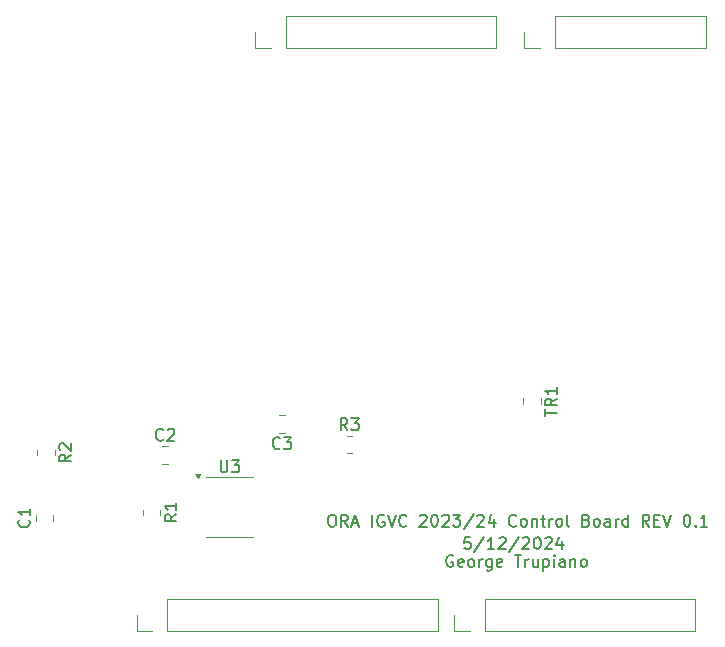
<source format=gbr>
%TF.GenerationSoftware,KiCad,Pcbnew,8.0.2-1*%
%TF.CreationDate,2024-05-15T16:31:45-04:00*%
%TF.ProjectId,ORA_Arduino_ESP_CAN_Shield,4f52415f-4172-4647-9569-6e6f5f455350,rev?*%
%TF.SameCoordinates,Original*%
%TF.FileFunction,Legend,Top*%
%TF.FilePolarity,Positive*%
%FSLAX46Y46*%
G04 Gerber Fmt 4.6, Leading zero omitted, Abs format (unit mm)*
G04 Created by KiCad (PCBNEW 8.0.2-1) date 2024-05-15 16:31:45*
%MOMM*%
%LPD*%
G01*
G04 APERTURE LIST*
%ADD10C,0.150000*%
%ADD11C,0.120000*%
G04 APERTURE END LIST*
D10*
X67135588Y-69657438D02*
X67040350Y-69609819D01*
X67040350Y-69609819D02*
X66897493Y-69609819D01*
X66897493Y-69609819D02*
X66754636Y-69657438D01*
X66754636Y-69657438D02*
X66659398Y-69752676D01*
X66659398Y-69752676D02*
X66611779Y-69847914D01*
X66611779Y-69847914D02*
X66564160Y-70038390D01*
X66564160Y-70038390D02*
X66564160Y-70181247D01*
X66564160Y-70181247D02*
X66611779Y-70371723D01*
X66611779Y-70371723D02*
X66659398Y-70466961D01*
X66659398Y-70466961D02*
X66754636Y-70562200D01*
X66754636Y-70562200D02*
X66897493Y-70609819D01*
X66897493Y-70609819D02*
X66992731Y-70609819D01*
X66992731Y-70609819D02*
X67135588Y-70562200D01*
X67135588Y-70562200D02*
X67183207Y-70514580D01*
X67183207Y-70514580D02*
X67183207Y-70181247D01*
X67183207Y-70181247D02*
X66992731Y-70181247D01*
X67992731Y-70562200D02*
X67897493Y-70609819D01*
X67897493Y-70609819D02*
X67707017Y-70609819D01*
X67707017Y-70609819D02*
X67611779Y-70562200D01*
X67611779Y-70562200D02*
X67564160Y-70466961D01*
X67564160Y-70466961D02*
X67564160Y-70086009D01*
X67564160Y-70086009D02*
X67611779Y-69990771D01*
X67611779Y-69990771D02*
X67707017Y-69943152D01*
X67707017Y-69943152D02*
X67897493Y-69943152D01*
X67897493Y-69943152D02*
X67992731Y-69990771D01*
X67992731Y-69990771D02*
X68040350Y-70086009D01*
X68040350Y-70086009D02*
X68040350Y-70181247D01*
X68040350Y-70181247D02*
X67564160Y-70276485D01*
X68611779Y-70609819D02*
X68516541Y-70562200D01*
X68516541Y-70562200D02*
X68468922Y-70514580D01*
X68468922Y-70514580D02*
X68421303Y-70419342D01*
X68421303Y-70419342D02*
X68421303Y-70133628D01*
X68421303Y-70133628D02*
X68468922Y-70038390D01*
X68468922Y-70038390D02*
X68516541Y-69990771D01*
X68516541Y-69990771D02*
X68611779Y-69943152D01*
X68611779Y-69943152D02*
X68754636Y-69943152D01*
X68754636Y-69943152D02*
X68849874Y-69990771D01*
X68849874Y-69990771D02*
X68897493Y-70038390D01*
X68897493Y-70038390D02*
X68945112Y-70133628D01*
X68945112Y-70133628D02*
X68945112Y-70419342D01*
X68945112Y-70419342D02*
X68897493Y-70514580D01*
X68897493Y-70514580D02*
X68849874Y-70562200D01*
X68849874Y-70562200D02*
X68754636Y-70609819D01*
X68754636Y-70609819D02*
X68611779Y-70609819D01*
X69373684Y-70609819D02*
X69373684Y-69943152D01*
X69373684Y-70133628D02*
X69421303Y-70038390D01*
X69421303Y-70038390D02*
X69468922Y-69990771D01*
X69468922Y-69990771D02*
X69564160Y-69943152D01*
X69564160Y-69943152D02*
X69659398Y-69943152D01*
X70421303Y-69943152D02*
X70421303Y-70752676D01*
X70421303Y-70752676D02*
X70373684Y-70847914D01*
X70373684Y-70847914D02*
X70326065Y-70895533D01*
X70326065Y-70895533D02*
X70230827Y-70943152D01*
X70230827Y-70943152D02*
X70087970Y-70943152D01*
X70087970Y-70943152D02*
X69992732Y-70895533D01*
X70421303Y-70562200D02*
X70326065Y-70609819D01*
X70326065Y-70609819D02*
X70135589Y-70609819D01*
X70135589Y-70609819D02*
X70040351Y-70562200D01*
X70040351Y-70562200D02*
X69992732Y-70514580D01*
X69992732Y-70514580D02*
X69945113Y-70419342D01*
X69945113Y-70419342D02*
X69945113Y-70133628D01*
X69945113Y-70133628D02*
X69992732Y-70038390D01*
X69992732Y-70038390D02*
X70040351Y-69990771D01*
X70040351Y-69990771D02*
X70135589Y-69943152D01*
X70135589Y-69943152D02*
X70326065Y-69943152D01*
X70326065Y-69943152D02*
X70421303Y-69990771D01*
X71278446Y-70562200D02*
X71183208Y-70609819D01*
X71183208Y-70609819D02*
X70992732Y-70609819D01*
X70992732Y-70609819D02*
X70897494Y-70562200D01*
X70897494Y-70562200D02*
X70849875Y-70466961D01*
X70849875Y-70466961D02*
X70849875Y-70086009D01*
X70849875Y-70086009D02*
X70897494Y-69990771D01*
X70897494Y-69990771D02*
X70992732Y-69943152D01*
X70992732Y-69943152D02*
X71183208Y-69943152D01*
X71183208Y-69943152D02*
X71278446Y-69990771D01*
X71278446Y-69990771D02*
X71326065Y-70086009D01*
X71326065Y-70086009D02*
X71326065Y-70181247D01*
X71326065Y-70181247D02*
X70849875Y-70276485D01*
X72373685Y-69609819D02*
X72945113Y-69609819D01*
X72659399Y-70609819D02*
X72659399Y-69609819D01*
X73278447Y-70609819D02*
X73278447Y-69943152D01*
X73278447Y-70133628D02*
X73326066Y-70038390D01*
X73326066Y-70038390D02*
X73373685Y-69990771D01*
X73373685Y-69990771D02*
X73468923Y-69943152D01*
X73468923Y-69943152D02*
X73564161Y-69943152D01*
X74326066Y-69943152D02*
X74326066Y-70609819D01*
X73897495Y-69943152D02*
X73897495Y-70466961D01*
X73897495Y-70466961D02*
X73945114Y-70562200D01*
X73945114Y-70562200D02*
X74040352Y-70609819D01*
X74040352Y-70609819D02*
X74183209Y-70609819D01*
X74183209Y-70609819D02*
X74278447Y-70562200D01*
X74278447Y-70562200D02*
X74326066Y-70514580D01*
X74802257Y-69943152D02*
X74802257Y-70943152D01*
X74802257Y-69990771D02*
X74897495Y-69943152D01*
X74897495Y-69943152D02*
X75087971Y-69943152D01*
X75087971Y-69943152D02*
X75183209Y-69990771D01*
X75183209Y-69990771D02*
X75230828Y-70038390D01*
X75230828Y-70038390D02*
X75278447Y-70133628D01*
X75278447Y-70133628D02*
X75278447Y-70419342D01*
X75278447Y-70419342D02*
X75230828Y-70514580D01*
X75230828Y-70514580D02*
X75183209Y-70562200D01*
X75183209Y-70562200D02*
X75087971Y-70609819D01*
X75087971Y-70609819D02*
X74897495Y-70609819D01*
X74897495Y-70609819D02*
X74802257Y-70562200D01*
X75707019Y-70609819D02*
X75707019Y-69943152D01*
X75707019Y-69609819D02*
X75659400Y-69657438D01*
X75659400Y-69657438D02*
X75707019Y-69705057D01*
X75707019Y-69705057D02*
X75754638Y-69657438D01*
X75754638Y-69657438D02*
X75707019Y-69609819D01*
X75707019Y-69609819D02*
X75707019Y-69705057D01*
X76611780Y-70609819D02*
X76611780Y-70086009D01*
X76611780Y-70086009D02*
X76564161Y-69990771D01*
X76564161Y-69990771D02*
X76468923Y-69943152D01*
X76468923Y-69943152D02*
X76278447Y-69943152D01*
X76278447Y-69943152D02*
X76183209Y-69990771D01*
X76611780Y-70562200D02*
X76516542Y-70609819D01*
X76516542Y-70609819D02*
X76278447Y-70609819D01*
X76278447Y-70609819D02*
X76183209Y-70562200D01*
X76183209Y-70562200D02*
X76135590Y-70466961D01*
X76135590Y-70466961D02*
X76135590Y-70371723D01*
X76135590Y-70371723D02*
X76183209Y-70276485D01*
X76183209Y-70276485D02*
X76278447Y-70228866D01*
X76278447Y-70228866D02*
X76516542Y-70228866D01*
X76516542Y-70228866D02*
X76611780Y-70181247D01*
X77087971Y-69943152D02*
X77087971Y-70609819D01*
X77087971Y-70038390D02*
X77135590Y-69990771D01*
X77135590Y-69990771D02*
X77230828Y-69943152D01*
X77230828Y-69943152D02*
X77373685Y-69943152D01*
X77373685Y-69943152D02*
X77468923Y-69990771D01*
X77468923Y-69990771D02*
X77516542Y-70086009D01*
X77516542Y-70086009D02*
X77516542Y-70609819D01*
X78135590Y-70609819D02*
X78040352Y-70562200D01*
X78040352Y-70562200D02*
X77992733Y-70514580D01*
X77992733Y-70514580D02*
X77945114Y-70419342D01*
X77945114Y-70419342D02*
X77945114Y-70133628D01*
X77945114Y-70133628D02*
X77992733Y-70038390D01*
X77992733Y-70038390D02*
X78040352Y-69990771D01*
X78040352Y-69990771D02*
X78135590Y-69943152D01*
X78135590Y-69943152D02*
X78278447Y-69943152D01*
X78278447Y-69943152D02*
X78373685Y-69990771D01*
X78373685Y-69990771D02*
X78421304Y-70038390D01*
X78421304Y-70038390D02*
X78468923Y-70133628D01*
X78468923Y-70133628D02*
X78468923Y-70419342D01*
X78468923Y-70419342D02*
X78421304Y-70514580D01*
X78421304Y-70514580D02*
X78373685Y-70562200D01*
X78373685Y-70562200D02*
X78278447Y-70609819D01*
X78278447Y-70609819D02*
X78135590Y-70609819D01*
X56822255Y-66189819D02*
X57012731Y-66189819D01*
X57012731Y-66189819D02*
X57107969Y-66237438D01*
X57107969Y-66237438D02*
X57203207Y-66332676D01*
X57203207Y-66332676D02*
X57250826Y-66523152D01*
X57250826Y-66523152D02*
X57250826Y-66856485D01*
X57250826Y-66856485D02*
X57203207Y-67046961D01*
X57203207Y-67046961D02*
X57107969Y-67142200D01*
X57107969Y-67142200D02*
X57012731Y-67189819D01*
X57012731Y-67189819D02*
X56822255Y-67189819D01*
X56822255Y-67189819D02*
X56727017Y-67142200D01*
X56727017Y-67142200D02*
X56631779Y-67046961D01*
X56631779Y-67046961D02*
X56584160Y-66856485D01*
X56584160Y-66856485D02*
X56584160Y-66523152D01*
X56584160Y-66523152D02*
X56631779Y-66332676D01*
X56631779Y-66332676D02*
X56727017Y-66237438D01*
X56727017Y-66237438D02*
X56822255Y-66189819D01*
X58250826Y-67189819D02*
X57917493Y-66713628D01*
X57679398Y-67189819D02*
X57679398Y-66189819D01*
X57679398Y-66189819D02*
X58060350Y-66189819D01*
X58060350Y-66189819D02*
X58155588Y-66237438D01*
X58155588Y-66237438D02*
X58203207Y-66285057D01*
X58203207Y-66285057D02*
X58250826Y-66380295D01*
X58250826Y-66380295D02*
X58250826Y-66523152D01*
X58250826Y-66523152D02*
X58203207Y-66618390D01*
X58203207Y-66618390D02*
X58155588Y-66666009D01*
X58155588Y-66666009D02*
X58060350Y-66713628D01*
X58060350Y-66713628D02*
X57679398Y-66713628D01*
X58631779Y-66904104D02*
X59107969Y-66904104D01*
X58536541Y-67189819D02*
X58869874Y-66189819D01*
X58869874Y-66189819D02*
X59203207Y-67189819D01*
X60298446Y-67189819D02*
X60298446Y-66189819D01*
X61298445Y-66237438D02*
X61203207Y-66189819D01*
X61203207Y-66189819D02*
X61060350Y-66189819D01*
X61060350Y-66189819D02*
X60917493Y-66237438D01*
X60917493Y-66237438D02*
X60822255Y-66332676D01*
X60822255Y-66332676D02*
X60774636Y-66427914D01*
X60774636Y-66427914D02*
X60727017Y-66618390D01*
X60727017Y-66618390D02*
X60727017Y-66761247D01*
X60727017Y-66761247D02*
X60774636Y-66951723D01*
X60774636Y-66951723D02*
X60822255Y-67046961D01*
X60822255Y-67046961D02*
X60917493Y-67142200D01*
X60917493Y-67142200D02*
X61060350Y-67189819D01*
X61060350Y-67189819D02*
X61155588Y-67189819D01*
X61155588Y-67189819D02*
X61298445Y-67142200D01*
X61298445Y-67142200D02*
X61346064Y-67094580D01*
X61346064Y-67094580D02*
X61346064Y-66761247D01*
X61346064Y-66761247D02*
X61155588Y-66761247D01*
X61631779Y-66189819D02*
X61965112Y-67189819D01*
X61965112Y-67189819D02*
X62298445Y-66189819D01*
X63203207Y-67094580D02*
X63155588Y-67142200D01*
X63155588Y-67142200D02*
X63012731Y-67189819D01*
X63012731Y-67189819D02*
X62917493Y-67189819D01*
X62917493Y-67189819D02*
X62774636Y-67142200D01*
X62774636Y-67142200D02*
X62679398Y-67046961D01*
X62679398Y-67046961D02*
X62631779Y-66951723D01*
X62631779Y-66951723D02*
X62584160Y-66761247D01*
X62584160Y-66761247D02*
X62584160Y-66618390D01*
X62584160Y-66618390D02*
X62631779Y-66427914D01*
X62631779Y-66427914D02*
X62679398Y-66332676D01*
X62679398Y-66332676D02*
X62774636Y-66237438D01*
X62774636Y-66237438D02*
X62917493Y-66189819D01*
X62917493Y-66189819D02*
X63012731Y-66189819D01*
X63012731Y-66189819D02*
X63155588Y-66237438D01*
X63155588Y-66237438D02*
X63203207Y-66285057D01*
X64346065Y-66285057D02*
X64393684Y-66237438D01*
X64393684Y-66237438D02*
X64488922Y-66189819D01*
X64488922Y-66189819D02*
X64727017Y-66189819D01*
X64727017Y-66189819D02*
X64822255Y-66237438D01*
X64822255Y-66237438D02*
X64869874Y-66285057D01*
X64869874Y-66285057D02*
X64917493Y-66380295D01*
X64917493Y-66380295D02*
X64917493Y-66475533D01*
X64917493Y-66475533D02*
X64869874Y-66618390D01*
X64869874Y-66618390D02*
X64298446Y-67189819D01*
X64298446Y-67189819D02*
X64917493Y-67189819D01*
X65536541Y-66189819D02*
X65631779Y-66189819D01*
X65631779Y-66189819D02*
X65727017Y-66237438D01*
X65727017Y-66237438D02*
X65774636Y-66285057D01*
X65774636Y-66285057D02*
X65822255Y-66380295D01*
X65822255Y-66380295D02*
X65869874Y-66570771D01*
X65869874Y-66570771D02*
X65869874Y-66808866D01*
X65869874Y-66808866D02*
X65822255Y-66999342D01*
X65822255Y-66999342D02*
X65774636Y-67094580D01*
X65774636Y-67094580D02*
X65727017Y-67142200D01*
X65727017Y-67142200D02*
X65631779Y-67189819D01*
X65631779Y-67189819D02*
X65536541Y-67189819D01*
X65536541Y-67189819D02*
X65441303Y-67142200D01*
X65441303Y-67142200D02*
X65393684Y-67094580D01*
X65393684Y-67094580D02*
X65346065Y-66999342D01*
X65346065Y-66999342D02*
X65298446Y-66808866D01*
X65298446Y-66808866D02*
X65298446Y-66570771D01*
X65298446Y-66570771D02*
X65346065Y-66380295D01*
X65346065Y-66380295D02*
X65393684Y-66285057D01*
X65393684Y-66285057D02*
X65441303Y-66237438D01*
X65441303Y-66237438D02*
X65536541Y-66189819D01*
X66250827Y-66285057D02*
X66298446Y-66237438D01*
X66298446Y-66237438D02*
X66393684Y-66189819D01*
X66393684Y-66189819D02*
X66631779Y-66189819D01*
X66631779Y-66189819D02*
X66727017Y-66237438D01*
X66727017Y-66237438D02*
X66774636Y-66285057D01*
X66774636Y-66285057D02*
X66822255Y-66380295D01*
X66822255Y-66380295D02*
X66822255Y-66475533D01*
X66822255Y-66475533D02*
X66774636Y-66618390D01*
X66774636Y-66618390D02*
X66203208Y-67189819D01*
X66203208Y-67189819D02*
X66822255Y-67189819D01*
X67155589Y-66189819D02*
X67774636Y-66189819D01*
X67774636Y-66189819D02*
X67441303Y-66570771D01*
X67441303Y-66570771D02*
X67584160Y-66570771D01*
X67584160Y-66570771D02*
X67679398Y-66618390D01*
X67679398Y-66618390D02*
X67727017Y-66666009D01*
X67727017Y-66666009D02*
X67774636Y-66761247D01*
X67774636Y-66761247D02*
X67774636Y-66999342D01*
X67774636Y-66999342D02*
X67727017Y-67094580D01*
X67727017Y-67094580D02*
X67679398Y-67142200D01*
X67679398Y-67142200D02*
X67584160Y-67189819D01*
X67584160Y-67189819D02*
X67298446Y-67189819D01*
X67298446Y-67189819D02*
X67203208Y-67142200D01*
X67203208Y-67142200D02*
X67155589Y-67094580D01*
X68917493Y-66142200D02*
X68060351Y-67427914D01*
X69203208Y-66285057D02*
X69250827Y-66237438D01*
X69250827Y-66237438D02*
X69346065Y-66189819D01*
X69346065Y-66189819D02*
X69584160Y-66189819D01*
X69584160Y-66189819D02*
X69679398Y-66237438D01*
X69679398Y-66237438D02*
X69727017Y-66285057D01*
X69727017Y-66285057D02*
X69774636Y-66380295D01*
X69774636Y-66380295D02*
X69774636Y-66475533D01*
X69774636Y-66475533D02*
X69727017Y-66618390D01*
X69727017Y-66618390D02*
X69155589Y-67189819D01*
X69155589Y-67189819D02*
X69774636Y-67189819D01*
X70631779Y-66523152D02*
X70631779Y-67189819D01*
X70393684Y-66142200D02*
X70155589Y-66856485D01*
X70155589Y-66856485D02*
X70774636Y-66856485D01*
X72488922Y-67094580D02*
X72441303Y-67142200D01*
X72441303Y-67142200D02*
X72298446Y-67189819D01*
X72298446Y-67189819D02*
X72203208Y-67189819D01*
X72203208Y-67189819D02*
X72060351Y-67142200D01*
X72060351Y-67142200D02*
X71965113Y-67046961D01*
X71965113Y-67046961D02*
X71917494Y-66951723D01*
X71917494Y-66951723D02*
X71869875Y-66761247D01*
X71869875Y-66761247D02*
X71869875Y-66618390D01*
X71869875Y-66618390D02*
X71917494Y-66427914D01*
X71917494Y-66427914D02*
X71965113Y-66332676D01*
X71965113Y-66332676D02*
X72060351Y-66237438D01*
X72060351Y-66237438D02*
X72203208Y-66189819D01*
X72203208Y-66189819D02*
X72298446Y-66189819D01*
X72298446Y-66189819D02*
X72441303Y-66237438D01*
X72441303Y-66237438D02*
X72488922Y-66285057D01*
X73060351Y-67189819D02*
X72965113Y-67142200D01*
X72965113Y-67142200D02*
X72917494Y-67094580D01*
X72917494Y-67094580D02*
X72869875Y-66999342D01*
X72869875Y-66999342D02*
X72869875Y-66713628D01*
X72869875Y-66713628D02*
X72917494Y-66618390D01*
X72917494Y-66618390D02*
X72965113Y-66570771D01*
X72965113Y-66570771D02*
X73060351Y-66523152D01*
X73060351Y-66523152D02*
X73203208Y-66523152D01*
X73203208Y-66523152D02*
X73298446Y-66570771D01*
X73298446Y-66570771D02*
X73346065Y-66618390D01*
X73346065Y-66618390D02*
X73393684Y-66713628D01*
X73393684Y-66713628D02*
X73393684Y-66999342D01*
X73393684Y-66999342D02*
X73346065Y-67094580D01*
X73346065Y-67094580D02*
X73298446Y-67142200D01*
X73298446Y-67142200D02*
X73203208Y-67189819D01*
X73203208Y-67189819D02*
X73060351Y-67189819D01*
X73822256Y-66523152D02*
X73822256Y-67189819D01*
X73822256Y-66618390D02*
X73869875Y-66570771D01*
X73869875Y-66570771D02*
X73965113Y-66523152D01*
X73965113Y-66523152D02*
X74107970Y-66523152D01*
X74107970Y-66523152D02*
X74203208Y-66570771D01*
X74203208Y-66570771D02*
X74250827Y-66666009D01*
X74250827Y-66666009D02*
X74250827Y-67189819D01*
X74584161Y-66523152D02*
X74965113Y-66523152D01*
X74727018Y-66189819D02*
X74727018Y-67046961D01*
X74727018Y-67046961D02*
X74774637Y-67142200D01*
X74774637Y-67142200D02*
X74869875Y-67189819D01*
X74869875Y-67189819D02*
X74965113Y-67189819D01*
X75298447Y-67189819D02*
X75298447Y-66523152D01*
X75298447Y-66713628D02*
X75346066Y-66618390D01*
X75346066Y-66618390D02*
X75393685Y-66570771D01*
X75393685Y-66570771D02*
X75488923Y-66523152D01*
X75488923Y-66523152D02*
X75584161Y-66523152D01*
X76060352Y-67189819D02*
X75965114Y-67142200D01*
X75965114Y-67142200D02*
X75917495Y-67094580D01*
X75917495Y-67094580D02*
X75869876Y-66999342D01*
X75869876Y-66999342D02*
X75869876Y-66713628D01*
X75869876Y-66713628D02*
X75917495Y-66618390D01*
X75917495Y-66618390D02*
X75965114Y-66570771D01*
X75965114Y-66570771D02*
X76060352Y-66523152D01*
X76060352Y-66523152D02*
X76203209Y-66523152D01*
X76203209Y-66523152D02*
X76298447Y-66570771D01*
X76298447Y-66570771D02*
X76346066Y-66618390D01*
X76346066Y-66618390D02*
X76393685Y-66713628D01*
X76393685Y-66713628D02*
X76393685Y-66999342D01*
X76393685Y-66999342D02*
X76346066Y-67094580D01*
X76346066Y-67094580D02*
X76298447Y-67142200D01*
X76298447Y-67142200D02*
X76203209Y-67189819D01*
X76203209Y-67189819D02*
X76060352Y-67189819D01*
X76965114Y-67189819D02*
X76869876Y-67142200D01*
X76869876Y-67142200D02*
X76822257Y-67046961D01*
X76822257Y-67046961D02*
X76822257Y-66189819D01*
X78441305Y-66666009D02*
X78584162Y-66713628D01*
X78584162Y-66713628D02*
X78631781Y-66761247D01*
X78631781Y-66761247D02*
X78679400Y-66856485D01*
X78679400Y-66856485D02*
X78679400Y-66999342D01*
X78679400Y-66999342D02*
X78631781Y-67094580D01*
X78631781Y-67094580D02*
X78584162Y-67142200D01*
X78584162Y-67142200D02*
X78488924Y-67189819D01*
X78488924Y-67189819D02*
X78107972Y-67189819D01*
X78107972Y-67189819D02*
X78107972Y-66189819D01*
X78107972Y-66189819D02*
X78441305Y-66189819D01*
X78441305Y-66189819D02*
X78536543Y-66237438D01*
X78536543Y-66237438D02*
X78584162Y-66285057D01*
X78584162Y-66285057D02*
X78631781Y-66380295D01*
X78631781Y-66380295D02*
X78631781Y-66475533D01*
X78631781Y-66475533D02*
X78584162Y-66570771D01*
X78584162Y-66570771D02*
X78536543Y-66618390D01*
X78536543Y-66618390D02*
X78441305Y-66666009D01*
X78441305Y-66666009D02*
X78107972Y-66666009D01*
X79250829Y-67189819D02*
X79155591Y-67142200D01*
X79155591Y-67142200D02*
X79107972Y-67094580D01*
X79107972Y-67094580D02*
X79060353Y-66999342D01*
X79060353Y-66999342D02*
X79060353Y-66713628D01*
X79060353Y-66713628D02*
X79107972Y-66618390D01*
X79107972Y-66618390D02*
X79155591Y-66570771D01*
X79155591Y-66570771D02*
X79250829Y-66523152D01*
X79250829Y-66523152D02*
X79393686Y-66523152D01*
X79393686Y-66523152D02*
X79488924Y-66570771D01*
X79488924Y-66570771D02*
X79536543Y-66618390D01*
X79536543Y-66618390D02*
X79584162Y-66713628D01*
X79584162Y-66713628D02*
X79584162Y-66999342D01*
X79584162Y-66999342D02*
X79536543Y-67094580D01*
X79536543Y-67094580D02*
X79488924Y-67142200D01*
X79488924Y-67142200D02*
X79393686Y-67189819D01*
X79393686Y-67189819D02*
X79250829Y-67189819D01*
X80441305Y-67189819D02*
X80441305Y-66666009D01*
X80441305Y-66666009D02*
X80393686Y-66570771D01*
X80393686Y-66570771D02*
X80298448Y-66523152D01*
X80298448Y-66523152D02*
X80107972Y-66523152D01*
X80107972Y-66523152D02*
X80012734Y-66570771D01*
X80441305Y-67142200D02*
X80346067Y-67189819D01*
X80346067Y-67189819D02*
X80107972Y-67189819D01*
X80107972Y-67189819D02*
X80012734Y-67142200D01*
X80012734Y-67142200D02*
X79965115Y-67046961D01*
X79965115Y-67046961D02*
X79965115Y-66951723D01*
X79965115Y-66951723D02*
X80012734Y-66856485D01*
X80012734Y-66856485D02*
X80107972Y-66808866D01*
X80107972Y-66808866D02*
X80346067Y-66808866D01*
X80346067Y-66808866D02*
X80441305Y-66761247D01*
X80917496Y-67189819D02*
X80917496Y-66523152D01*
X80917496Y-66713628D02*
X80965115Y-66618390D01*
X80965115Y-66618390D02*
X81012734Y-66570771D01*
X81012734Y-66570771D02*
X81107972Y-66523152D01*
X81107972Y-66523152D02*
X81203210Y-66523152D01*
X81965115Y-67189819D02*
X81965115Y-66189819D01*
X81965115Y-67142200D02*
X81869877Y-67189819D01*
X81869877Y-67189819D02*
X81679401Y-67189819D01*
X81679401Y-67189819D02*
X81584163Y-67142200D01*
X81584163Y-67142200D02*
X81536544Y-67094580D01*
X81536544Y-67094580D02*
X81488925Y-66999342D01*
X81488925Y-66999342D02*
X81488925Y-66713628D01*
X81488925Y-66713628D02*
X81536544Y-66618390D01*
X81536544Y-66618390D02*
X81584163Y-66570771D01*
X81584163Y-66570771D02*
X81679401Y-66523152D01*
X81679401Y-66523152D02*
X81869877Y-66523152D01*
X81869877Y-66523152D02*
X81965115Y-66570771D01*
X83774639Y-67189819D02*
X83441306Y-66713628D01*
X83203211Y-67189819D02*
X83203211Y-66189819D01*
X83203211Y-66189819D02*
X83584163Y-66189819D01*
X83584163Y-66189819D02*
X83679401Y-66237438D01*
X83679401Y-66237438D02*
X83727020Y-66285057D01*
X83727020Y-66285057D02*
X83774639Y-66380295D01*
X83774639Y-66380295D02*
X83774639Y-66523152D01*
X83774639Y-66523152D02*
X83727020Y-66618390D01*
X83727020Y-66618390D02*
X83679401Y-66666009D01*
X83679401Y-66666009D02*
X83584163Y-66713628D01*
X83584163Y-66713628D02*
X83203211Y-66713628D01*
X84203211Y-66666009D02*
X84536544Y-66666009D01*
X84679401Y-67189819D02*
X84203211Y-67189819D01*
X84203211Y-67189819D02*
X84203211Y-66189819D01*
X84203211Y-66189819D02*
X84679401Y-66189819D01*
X84965116Y-66189819D02*
X85298449Y-67189819D01*
X85298449Y-67189819D02*
X85631782Y-66189819D01*
X86917497Y-66189819D02*
X87012735Y-66189819D01*
X87012735Y-66189819D02*
X87107973Y-66237438D01*
X87107973Y-66237438D02*
X87155592Y-66285057D01*
X87155592Y-66285057D02*
X87203211Y-66380295D01*
X87203211Y-66380295D02*
X87250830Y-66570771D01*
X87250830Y-66570771D02*
X87250830Y-66808866D01*
X87250830Y-66808866D02*
X87203211Y-66999342D01*
X87203211Y-66999342D02*
X87155592Y-67094580D01*
X87155592Y-67094580D02*
X87107973Y-67142200D01*
X87107973Y-67142200D02*
X87012735Y-67189819D01*
X87012735Y-67189819D02*
X86917497Y-67189819D01*
X86917497Y-67189819D02*
X86822259Y-67142200D01*
X86822259Y-67142200D02*
X86774640Y-67094580D01*
X86774640Y-67094580D02*
X86727021Y-66999342D01*
X86727021Y-66999342D02*
X86679402Y-66808866D01*
X86679402Y-66808866D02*
X86679402Y-66570771D01*
X86679402Y-66570771D02*
X86727021Y-66380295D01*
X86727021Y-66380295D02*
X86774640Y-66285057D01*
X86774640Y-66285057D02*
X86822259Y-66237438D01*
X86822259Y-66237438D02*
X86917497Y-66189819D01*
X87679402Y-67094580D02*
X87727021Y-67142200D01*
X87727021Y-67142200D02*
X87679402Y-67189819D01*
X87679402Y-67189819D02*
X87631783Y-67142200D01*
X87631783Y-67142200D02*
X87679402Y-67094580D01*
X87679402Y-67094580D02*
X87679402Y-67189819D01*
X88679401Y-67189819D02*
X88107973Y-67189819D01*
X88393687Y-67189819D02*
X88393687Y-66189819D01*
X88393687Y-66189819D02*
X88298449Y-66332676D01*
X88298449Y-66332676D02*
X88203211Y-66427914D01*
X88203211Y-66427914D02*
X88107973Y-66475533D01*
X68607969Y-68089819D02*
X68131779Y-68089819D01*
X68131779Y-68089819D02*
X68084160Y-68566009D01*
X68084160Y-68566009D02*
X68131779Y-68518390D01*
X68131779Y-68518390D02*
X68227017Y-68470771D01*
X68227017Y-68470771D02*
X68465112Y-68470771D01*
X68465112Y-68470771D02*
X68560350Y-68518390D01*
X68560350Y-68518390D02*
X68607969Y-68566009D01*
X68607969Y-68566009D02*
X68655588Y-68661247D01*
X68655588Y-68661247D02*
X68655588Y-68899342D01*
X68655588Y-68899342D02*
X68607969Y-68994580D01*
X68607969Y-68994580D02*
X68560350Y-69042200D01*
X68560350Y-69042200D02*
X68465112Y-69089819D01*
X68465112Y-69089819D02*
X68227017Y-69089819D01*
X68227017Y-69089819D02*
X68131779Y-69042200D01*
X68131779Y-69042200D02*
X68084160Y-68994580D01*
X69798445Y-68042200D02*
X68941303Y-69327914D01*
X70655588Y-69089819D02*
X70084160Y-69089819D01*
X70369874Y-69089819D02*
X70369874Y-68089819D01*
X70369874Y-68089819D02*
X70274636Y-68232676D01*
X70274636Y-68232676D02*
X70179398Y-68327914D01*
X70179398Y-68327914D02*
X70084160Y-68375533D01*
X71036541Y-68185057D02*
X71084160Y-68137438D01*
X71084160Y-68137438D02*
X71179398Y-68089819D01*
X71179398Y-68089819D02*
X71417493Y-68089819D01*
X71417493Y-68089819D02*
X71512731Y-68137438D01*
X71512731Y-68137438D02*
X71560350Y-68185057D01*
X71560350Y-68185057D02*
X71607969Y-68280295D01*
X71607969Y-68280295D02*
X71607969Y-68375533D01*
X71607969Y-68375533D02*
X71560350Y-68518390D01*
X71560350Y-68518390D02*
X70988922Y-69089819D01*
X70988922Y-69089819D02*
X71607969Y-69089819D01*
X72750826Y-68042200D02*
X71893684Y-69327914D01*
X73036541Y-68185057D02*
X73084160Y-68137438D01*
X73084160Y-68137438D02*
X73179398Y-68089819D01*
X73179398Y-68089819D02*
X73417493Y-68089819D01*
X73417493Y-68089819D02*
X73512731Y-68137438D01*
X73512731Y-68137438D02*
X73560350Y-68185057D01*
X73560350Y-68185057D02*
X73607969Y-68280295D01*
X73607969Y-68280295D02*
X73607969Y-68375533D01*
X73607969Y-68375533D02*
X73560350Y-68518390D01*
X73560350Y-68518390D02*
X72988922Y-69089819D01*
X72988922Y-69089819D02*
X73607969Y-69089819D01*
X74227017Y-68089819D02*
X74322255Y-68089819D01*
X74322255Y-68089819D02*
X74417493Y-68137438D01*
X74417493Y-68137438D02*
X74465112Y-68185057D01*
X74465112Y-68185057D02*
X74512731Y-68280295D01*
X74512731Y-68280295D02*
X74560350Y-68470771D01*
X74560350Y-68470771D02*
X74560350Y-68708866D01*
X74560350Y-68708866D02*
X74512731Y-68899342D01*
X74512731Y-68899342D02*
X74465112Y-68994580D01*
X74465112Y-68994580D02*
X74417493Y-69042200D01*
X74417493Y-69042200D02*
X74322255Y-69089819D01*
X74322255Y-69089819D02*
X74227017Y-69089819D01*
X74227017Y-69089819D02*
X74131779Y-69042200D01*
X74131779Y-69042200D02*
X74084160Y-68994580D01*
X74084160Y-68994580D02*
X74036541Y-68899342D01*
X74036541Y-68899342D02*
X73988922Y-68708866D01*
X73988922Y-68708866D02*
X73988922Y-68470771D01*
X73988922Y-68470771D02*
X74036541Y-68280295D01*
X74036541Y-68280295D02*
X74084160Y-68185057D01*
X74084160Y-68185057D02*
X74131779Y-68137438D01*
X74131779Y-68137438D02*
X74227017Y-68089819D01*
X74941303Y-68185057D02*
X74988922Y-68137438D01*
X74988922Y-68137438D02*
X75084160Y-68089819D01*
X75084160Y-68089819D02*
X75322255Y-68089819D01*
X75322255Y-68089819D02*
X75417493Y-68137438D01*
X75417493Y-68137438D02*
X75465112Y-68185057D01*
X75465112Y-68185057D02*
X75512731Y-68280295D01*
X75512731Y-68280295D02*
X75512731Y-68375533D01*
X75512731Y-68375533D02*
X75465112Y-68518390D01*
X75465112Y-68518390D02*
X74893684Y-69089819D01*
X74893684Y-69089819D02*
X75512731Y-69089819D01*
X76369874Y-68423152D02*
X76369874Y-69089819D01*
X76131779Y-68042200D02*
X75893684Y-68756485D01*
X75893684Y-68756485D02*
X76512731Y-68756485D01*
X43719819Y-66146666D02*
X43243628Y-66479999D01*
X43719819Y-66718094D02*
X42719819Y-66718094D01*
X42719819Y-66718094D02*
X42719819Y-66337142D01*
X42719819Y-66337142D02*
X42767438Y-66241904D01*
X42767438Y-66241904D02*
X42815057Y-66194285D01*
X42815057Y-66194285D02*
X42910295Y-66146666D01*
X42910295Y-66146666D02*
X43053152Y-66146666D01*
X43053152Y-66146666D02*
X43148390Y-66194285D01*
X43148390Y-66194285D02*
X43196009Y-66241904D01*
X43196009Y-66241904D02*
X43243628Y-66337142D01*
X43243628Y-66337142D02*
X43243628Y-66718094D01*
X43719819Y-65194285D02*
X43719819Y-65765713D01*
X43719819Y-65479999D02*
X42719819Y-65479999D01*
X42719819Y-65479999D02*
X42862676Y-65575237D01*
X42862676Y-65575237D02*
X42957914Y-65670475D01*
X42957914Y-65670475D02*
X43005533Y-65765713D01*
X74929819Y-57821904D02*
X74929819Y-57250476D01*
X75929819Y-57536190D02*
X74929819Y-57536190D01*
X75929819Y-56345714D02*
X75453628Y-56679047D01*
X75929819Y-56917142D02*
X74929819Y-56917142D01*
X74929819Y-56917142D02*
X74929819Y-56536190D01*
X74929819Y-56536190D02*
X74977438Y-56440952D01*
X74977438Y-56440952D02*
X75025057Y-56393333D01*
X75025057Y-56393333D02*
X75120295Y-56345714D01*
X75120295Y-56345714D02*
X75263152Y-56345714D01*
X75263152Y-56345714D02*
X75358390Y-56393333D01*
X75358390Y-56393333D02*
X75406009Y-56440952D01*
X75406009Y-56440952D02*
X75453628Y-56536190D01*
X75453628Y-56536190D02*
X75453628Y-56917142D01*
X75929819Y-55393333D02*
X75929819Y-55964761D01*
X75929819Y-55679047D02*
X74929819Y-55679047D01*
X74929819Y-55679047D02*
X75072676Y-55774285D01*
X75072676Y-55774285D02*
X75167914Y-55869523D01*
X75167914Y-55869523D02*
X75215533Y-55964761D01*
X42598333Y-59809580D02*
X42550714Y-59857200D01*
X42550714Y-59857200D02*
X42407857Y-59904819D01*
X42407857Y-59904819D02*
X42312619Y-59904819D01*
X42312619Y-59904819D02*
X42169762Y-59857200D01*
X42169762Y-59857200D02*
X42074524Y-59761961D01*
X42074524Y-59761961D02*
X42026905Y-59666723D01*
X42026905Y-59666723D02*
X41979286Y-59476247D01*
X41979286Y-59476247D02*
X41979286Y-59333390D01*
X41979286Y-59333390D02*
X42026905Y-59142914D01*
X42026905Y-59142914D02*
X42074524Y-59047676D01*
X42074524Y-59047676D02*
X42169762Y-58952438D01*
X42169762Y-58952438D02*
X42312619Y-58904819D01*
X42312619Y-58904819D02*
X42407857Y-58904819D01*
X42407857Y-58904819D02*
X42550714Y-58952438D01*
X42550714Y-58952438D02*
X42598333Y-59000057D01*
X42979286Y-59000057D02*
X43026905Y-58952438D01*
X43026905Y-58952438D02*
X43122143Y-58904819D01*
X43122143Y-58904819D02*
X43360238Y-58904819D01*
X43360238Y-58904819D02*
X43455476Y-58952438D01*
X43455476Y-58952438D02*
X43503095Y-59000057D01*
X43503095Y-59000057D02*
X43550714Y-59095295D01*
X43550714Y-59095295D02*
X43550714Y-59190533D01*
X43550714Y-59190533D02*
X43503095Y-59333390D01*
X43503095Y-59333390D02*
X42931667Y-59904819D01*
X42931667Y-59904819D02*
X43550714Y-59904819D01*
X31234580Y-66616666D02*
X31282200Y-66664285D01*
X31282200Y-66664285D02*
X31329819Y-66807142D01*
X31329819Y-66807142D02*
X31329819Y-66902380D01*
X31329819Y-66902380D02*
X31282200Y-67045237D01*
X31282200Y-67045237D02*
X31186961Y-67140475D01*
X31186961Y-67140475D02*
X31091723Y-67188094D01*
X31091723Y-67188094D02*
X30901247Y-67235713D01*
X30901247Y-67235713D02*
X30758390Y-67235713D01*
X30758390Y-67235713D02*
X30567914Y-67188094D01*
X30567914Y-67188094D02*
X30472676Y-67140475D01*
X30472676Y-67140475D02*
X30377438Y-67045237D01*
X30377438Y-67045237D02*
X30329819Y-66902380D01*
X30329819Y-66902380D02*
X30329819Y-66807142D01*
X30329819Y-66807142D02*
X30377438Y-66664285D01*
X30377438Y-66664285D02*
X30425057Y-66616666D01*
X31329819Y-65664285D02*
X31329819Y-66235713D01*
X31329819Y-65949999D02*
X30329819Y-65949999D01*
X30329819Y-65949999D02*
X30472676Y-66045237D01*
X30472676Y-66045237D02*
X30567914Y-66140475D01*
X30567914Y-66140475D02*
X30615533Y-66235713D01*
X58208333Y-59024819D02*
X57875000Y-58548628D01*
X57636905Y-59024819D02*
X57636905Y-58024819D01*
X57636905Y-58024819D02*
X58017857Y-58024819D01*
X58017857Y-58024819D02*
X58113095Y-58072438D01*
X58113095Y-58072438D02*
X58160714Y-58120057D01*
X58160714Y-58120057D02*
X58208333Y-58215295D01*
X58208333Y-58215295D02*
X58208333Y-58358152D01*
X58208333Y-58358152D02*
X58160714Y-58453390D01*
X58160714Y-58453390D02*
X58113095Y-58501009D01*
X58113095Y-58501009D02*
X58017857Y-58548628D01*
X58017857Y-58548628D02*
X57636905Y-58548628D01*
X58541667Y-58024819D02*
X59160714Y-58024819D01*
X59160714Y-58024819D02*
X58827381Y-58405771D01*
X58827381Y-58405771D02*
X58970238Y-58405771D01*
X58970238Y-58405771D02*
X59065476Y-58453390D01*
X59065476Y-58453390D02*
X59113095Y-58501009D01*
X59113095Y-58501009D02*
X59160714Y-58596247D01*
X59160714Y-58596247D02*
X59160714Y-58834342D01*
X59160714Y-58834342D02*
X59113095Y-58929580D01*
X59113095Y-58929580D02*
X59065476Y-58977200D01*
X59065476Y-58977200D02*
X58970238Y-59024819D01*
X58970238Y-59024819D02*
X58684524Y-59024819D01*
X58684524Y-59024819D02*
X58589286Y-58977200D01*
X58589286Y-58977200D02*
X58541667Y-58929580D01*
X52485833Y-60539580D02*
X52438214Y-60587200D01*
X52438214Y-60587200D02*
X52295357Y-60634819D01*
X52295357Y-60634819D02*
X52200119Y-60634819D01*
X52200119Y-60634819D02*
X52057262Y-60587200D01*
X52057262Y-60587200D02*
X51962024Y-60491961D01*
X51962024Y-60491961D02*
X51914405Y-60396723D01*
X51914405Y-60396723D02*
X51866786Y-60206247D01*
X51866786Y-60206247D02*
X51866786Y-60063390D01*
X51866786Y-60063390D02*
X51914405Y-59872914D01*
X51914405Y-59872914D02*
X51962024Y-59777676D01*
X51962024Y-59777676D02*
X52057262Y-59682438D01*
X52057262Y-59682438D02*
X52200119Y-59634819D01*
X52200119Y-59634819D02*
X52295357Y-59634819D01*
X52295357Y-59634819D02*
X52438214Y-59682438D01*
X52438214Y-59682438D02*
X52485833Y-59730057D01*
X52819167Y-59634819D02*
X53438214Y-59634819D01*
X53438214Y-59634819D02*
X53104881Y-60015771D01*
X53104881Y-60015771D02*
X53247738Y-60015771D01*
X53247738Y-60015771D02*
X53342976Y-60063390D01*
X53342976Y-60063390D02*
X53390595Y-60111009D01*
X53390595Y-60111009D02*
X53438214Y-60206247D01*
X53438214Y-60206247D02*
X53438214Y-60444342D01*
X53438214Y-60444342D02*
X53390595Y-60539580D01*
X53390595Y-60539580D02*
X53342976Y-60587200D01*
X53342976Y-60587200D02*
X53247738Y-60634819D01*
X53247738Y-60634819D02*
X52962024Y-60634819D01*
X52962024Y-60634819D02*
X52866786Y-60587200D01*
X52866786Y-60587200D02*
X52819167Y-60539580D01*
X47463095Y-61574819D02*
X47463095Y-62384342D01*
X47463095Y-62384342D02*
X47510714Y-62479580D01*
X47510714Y-62479580D02*
X47558333Y-62527200D01*
X47558333Y-62527200D02*
X47653571Y-62574819D01*
X47653571Y-62574819D02*
X47844047Y-62574819D01*
X47844047Y-62574819D02*
X47939285Y-62527200D01*
X47939285Y-62527200D02*
X47986904Y-62479580D01*
X47986904Y-62479580D02*
X48034523Y-62384342D01*
X48034523Y-62384342D02*
X48034523Y-61574819D01*
X48415476Y-61574819D02*
X49034523Y-61574819D01*
X49034523Y-61574819D02*
X48701190Y-61955771D01*
X48701190Y-61955771D02*
X48844047Y-61955771D01*
X48844047Y-61955771D02*
X48939285Y-62003390D01*
X48939285Y-62003390D02*
X48986904Y-62051009D01*
X48986904Y-62051009D02*
X49034523Y-62146247D01*
X49034523Y-62146247D02*
X49034523Y-62384342D01*
X49034523Y-62384342D02*
X48986904Y-62479580D01*
X48986904Y-62479580D02*
X48939285Y-62527200D01*
X48939285Y-62527200D02*
X48844047Y-62574819D01*
X48844047Y-62574819D02*
X48558333Y-62574819D01*
X48558333Y-62574819D02*
X48463095Y-62527200D01*
X48463095Y-62527200D02*
X48415476Y-62479580D01*
X34799819Y-61096666D02*
X34323628Y-61429999D01*
X34799819Y-61668094D02*
X33799819Y-61668094D01*
X33799819Y-61668094D02*
X33799819Y-61287142D01*
X33799819Y-61287142D02*
X33847438Y-61191904D01*
X33847438Y-61191904D02*
X33895057Y-61144285D01*
X33895057Y-61144285D02*
X33990295Y-61096666D01*
X33990295Y-61096666D02*
X34133152Y-61096666D01*
X34133152Y-61096666D02*
X34228390Y-61144285D01*
X34228390Y-61144285D02*
X34276009Y-61191904D01*
X34276009Y-61191904D02*
X34323628Y-61287142D01*
X34323628Y-61287142D02*
X34323628Y-61668094D01*
X33895057Y-60715713D02*
X33847438Y-60668094D01*
X33847438Y-60668094D02*
X33799819Y-60572856D01*
X33799819Y-60572856D02*
X33799819Y-60334761D01*
X33799819Y-60334761D02*
X33847438Y-60239523D01*
X33847438Y-60239523D02*
X33895057Y-60191904D01*
X33895057Y-60191904D02*
X33990295Y-60144285D01*
X33990295Y-60144285D02*
X34085533Y-60144285D01*
X34085533Y-60144285D02*
X34228390Y-60191904D01*
X34228390Y-60191904D02*
X34799819Y-60763332D01*
X34799819Y-60763332D02*
X34799819Y-60144285D01*
D11*
%TO.C,R1*%
X40880000Y-65752936D02*
X40880000Y-66207064D01*
X42350000Y-65752936D02*
X42350000Y-66207064D01*
%TO.C,TR1*%
X73090000Y-56332936D02*
X73090000Y-56787064D01*
X74560000Y-56332936D02*
X74560000Y-56787064D01*
%TO.C,C2*%
X42503748Y-60395000D02*
X43026252Y-60395000D01*
X42503748Y-61865000D02*
X43026252Y-61865000D01*
%TO.C,Digital_1*%
X40365000Y-76000000D02*
X40365000Y-74670000D01*
X41695000Y-76000000D02*
X40365000Y-76000000D01*
X42965000Y-73340000D02*
X65885000Y-73340000D01*
X42965000Y-76000000D02*
X42965000Y-73340000D01*
X42965000Y-76000000D02*
X65885000Y-76000000D01*
X65885000Y-76000000D02*
X65885000Y-73340000D01*
%TO.C,C1*%
X31820000Y-66711252D02*
X31820000Y-66188748D01*
X33290000Y-66711252D02*
X33290000Y-66188748D01*
%TO.C,Power_1*%
X50385000Y-26650000D02*
X50385000Y-25320000D01*
X51715000Y-26650000D02*
X50385000Y-26650000D01*
X52985000Y-23990000D02*
X70825000Y-23990000D01*
X52985000Y-26650000D02*
X52985000Y-23990000D01*
X52985000Y-26650000D02*
X70825000Y-26650000D01*
X70825000Y-26650000D02*
X70825000Y-23990000D01*
%TO.C,R3*%
X58147936Y-59485000D02*
X58602064Y-59485000D01*
X58147936Y-60955000D02*
X58602064Y-60955000D01*
%TO.C,Analog_1*%
X73165000Y-26630000D02*
X73165000Y-25300000D01*
X74495000Y-26630000D02*
X73165000Y-26630000D01*
X75765000Y-23970000D02*
X88525000Y-23970000D01*
X75765000Y-26630000D02*
X75765000Y-23970000D01*
X75765000Y-26630000D02*
X88525000Y-26630000D01*
X88525000Y-26630000D02*
X88525000Y-23970000D01*
%TO.C,C3*%
X52913752Y-57765000D02*
X52391248Y-57765000D01*
X52913752Y-59235000D02*
X52391248Y-59235000D01*
%TO.C,Digital_2*%
X67215000Y-76020000D02*
X67215000Y-74690000D01*
X68545000Y-76020000D02*
X67215000Y-76020000D01*
X69815000Y-73360000D02*
X87655000Y-73360000D01*
X69815000Y-76020000D02*
X69815000Y-73360000D01*
X69815000Y-76020000D02*
X87655000Y-76020000D01*
X87655000Y-76020000D02*
X87655000Y-73360000D01*
%TO.C,U3*%
X48225000Y-62960000D02*
X46275000Y-62960000D01*
X48225000Y-62960000D02*
X50175000Y-62960000D01*
X48225000Y-68080000D02*
X46275000Y-68080000D01*
X48225000Y-68080000D02*
X50175000Y-68080000D01*
X45525000Y-63055000D02*
X45285000Y-62725000D01*
X45765000Y-62725000D01*
X45525000Y-63055000D01*
G36*
X45525000Y-63055000D02*
G01*
X45285000Y-62725000D01*
X45765000Y-62725000D01*
X45525000Y-63055000D01*
G37*
%TO.C,R2*%
X31960000Y-60702936D02*
X31960000Y-61157064D01*
X33430000Y-60702936D02*
X33430000Y-61157064D01*
%TD*%
M02*

</source>
